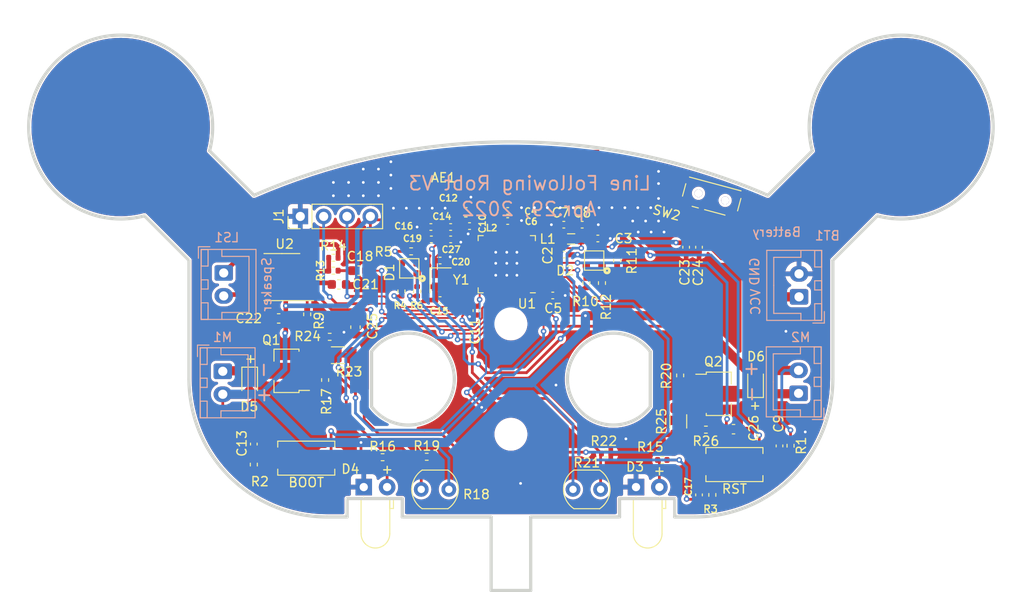
<source format=kicad_pcb>
(kicad_pcb (version 20211014) (generator pcbnew)
  (layers (0 "F.Cu" signal) (31 "B.Cu" signal) (34 "B.Paste" user) (35 "F.Paste" user) (36 "B.SilkS" user "B.Silkscreen") (37 "F.SilkS" user "F.Silkscreen") (38 "B.Mask" user) (39 "F.Mask" user) (44 "Edge.Cuts" user))
  (net 0 "")
  (net 1 "GND")
  (net 2 "/VDDCORE")
  (net 3 "/DCDC_OUT")
  (net 4 "/ANT")
  (net 5 "/XIN")
  (net 6 "/AVDD15")
  (net 7 "/XOUT")
  (net 8 "VCC")
  (net 9 "Net-(BOOT1-Pad2)")
  (net 10 "Net-(BT1-Pad1)")
  (net 11 "/AUDIO")
  (net 12 "Net-(C18-Pad2)")
  (net 13 "Net-(C21-Pad1)")
  (net 14 "Net-(D2-Pad1)")
  (net 15 "Net-(D2-Pad2)")
  (net 16 "Net-(D2-Pad4)")
  (net 17 "Net-(D3-Pad2)")
  (net 18 "Net-(D4-Pad2)")
  (net 19 "Net-(AE1-Pad1)")
  (net 20 "Net-(D1-Pad1)")
  (net 21 "Net-(D1-Pad2)")
  (net 22 "Net-(D1-Pad4)")
  (net 23 "Net-(D5-Pad1)")
  (net 24 "Net-(D6-Pad1)")
  (net 25 "Net-(LS1-Pad1)")
  (net 26 "Net-(LS1-Pad2)")
  (net 27 "Net-(Q1-Pad1)")
  (net 28 "Net-(Q2-Pad1)")
  (net 29 "/S_SD")
  (net 30 "/MC_1")
  (net 31 "/MC_2")
  (net 32 "Net-(Q1-Pad3)")
  (net 33 "Net-(R13-Pad2)")
  (net 34 "/MOTOR1")
  (net 35 "/P1")
  (net 36 "/MOTOR2")
  (net 37 "/P2")
  (net 38 "Net-(Q2-Pad3)")
  (net 39 "/BOOT")
  (net 40 "Net-(C9-Pad1)")
  (net 41 "Net-(C17-Pad2)")
  (net 42 "/UART0_TXD")
  (net 43 "/UART0_RXD")
  (net 44 "Net-(L1-Pad2)")
  (net 45 "/LED1_B")
  (net 46 "/LED1_G")
  (net 47 "/LED1_R")
  (net 48 "/LED2_G")
  (net 49 "/LED2_R")
  (net 50 "/LED2_B")
  (footprint "Resistor_SMD:R_0402_1005Metric" (layer "F.Cu") (at 221.697 144.5 90)
    (fp_text reference "R3")
    (fp_text value "1K")
  )
  (footprint "Capacitor_SMD:C_0402_1005Metric" (layer "F.Cu") (at 191.1 115.35 180)
    (fp_text reference "C16")
    (fp_text value "2.2uF")
  )
  (footprint "Capacitor_SMD:C_0603_1608Metric" (layer "F.Cu") (at 181.1 121.6)
    (fp_text reference "C21")
    (fp_text value "1uF")
  )
  (footprint "LED_THT:LED_D3.0mm_Horizontal_O1.27mm_Z2.0mm" (layer "F.Cu") (at 213.4 143.65)
    (fp_text reference "D3")
    (fp_text value "LED")
  )
  (footprint "Capacitor_SMD:C_0402_1005Metric" (layer "F.Cu") (at 171.85 138.97 90)
    (fp_text reference "C13")
    (fp_text value "100nF")
  )
  (footprint "Capacitor_SMD:C_0402_1005Metric" (layer "F.Cu") (at 199.45 114.7)
    (fp_text reference "C6")
    (fp_text value "NC")
  )
  (footprint "Capacitor_SMD:C_0402_1005Metric" (layer "F.Cu") (at 193.25 115.35)
    (fp_text reference "C14")
    (fp_text value "10pF")
  )
  (footprint "Package_SO:SOP-8_3.9x4.9mm_P1.27mm" (layer "F.Cu") (at 174.9 120.8 180)
    (fp_text reference "U2")
    (fp_text value "FM8002A")
  )
  (footprint "Diode_SMD:D_SOD-323" (layer "F.Cu") (at 226.4 132.4 90)
    (fp_text reference "D6")
    (fp_text value "1N4148WS")
  )
  (footprint "Capacitor_SMD:C_0402_1005Metric" (layer "F.Cu") (at 209.25 116.6)
    (fp_text reference "C3")
    (fp_text value "2.2uF")
  )
  (footprint "Capacitor_SMD:C_0402_1005Metric" (layer "F.Cu") (at 205.6 118.35)
    (fp_text reference "C2")
    (fp_text value "2.2uF")
  )
  (footprint "Resistor_SMD:R_0402_1005Metric" (layer "F.Cu") (at 180.1 127.3)
    (fp_text reference "R24")
    (fp_text value "10K")
  )
  (footprint "Inductor_SMD:L_0402_1005Metric" (layer "F.Cu") (at 197.55 114.1 -90)
    (fp_text reference "L2")
    (fp_text value "0R")
  )
  (footprint "Package_DFN_QFN:QFN-48-1EP_6x6mm_P0.4mm_EP4.3x4.3mm" (layer "F.Cu") (at 199.35 119.4 180)
    (fp_text reference "U1")
    (fp_text value "BL706C")
  )
  (footprint "Resistor_SMD:R_0402_1005Metric" (layer "F.Cu") (at 185.85 140.4)
    (fp_text reference "R16")
    (fp_text value "1K")
  )
  (footprint "Capacitor_SMD:C_0402_1005Metric" (layer "F.Cu") (at 229 139.17 90)
    (fp_text reference "C9")
    (fp_text value "100nF")
  )
  (footprint "Capacitor_SMD:C_0402_1005Metric" (layer "F.Cu") (at 218.85 117.55 -90)
    (fp_text reference "C23")
    (fp_text value "2.2uF")
  )
  (footprint "Capacitor_SMD:C_0402_1005Metric" (layer "F.Cu") (at 205.55 115.1 180)
    (fp_text reference "C7")
    (fp_text value "2.2uF")
  )
  (footprint "Resistor_SMD:R_0402_1005Metric" (layer "F.Cu") (at 180.5 120.1 180)
    (fp_text reference "R13")
    (fp_text value "20K")
  )
  (footprint "Package_TO_SOT_SMD:SOT-89-3" (layer "F.Cu") (at 175.7 131 180)
    (fp_text reference "Q1")
    (fp_text value "BCX56")
  )
  (footprint "Package_TO_SOT_SMD:SOT-89-3" (layer "F.Cu") (at 222.1 133.5)
    (fp_text reference "Q2")
    (fp_text value "BCX56")
  )
  (footprint "Capacitor_SMD:C_0603_1608Metric" (layer "F.Cu") (at 174.55 125.3 180)
    (fp_text reference "C22")
    (fp_text value "1uF")
  )
  (footprint "Resistor_SMD:R_0402_1005Metric" (layer "F.Cu") (at 218.2 131.5 -90)
    (fp_text reference "R20")
    (fp_text value "1K")
  )
  (footprint "LED_THT:LED_D3.0mm_Horizontal_O1.27mm_Z2.0mm" (layer "F.Cu") (at 183.8 143.65)
    (fp_text reference "D4")
    (fp_text value "LED")
  )
  (footprint "Capacitor_SMD:C_0603_1608Metric" (layer "F.Cu") (at 224 137.35 180)
    (fp_text reference "C26")
    (fp_text value "1uF")
  )
  (footprint "Capacitor_SMD:C_0402_1005Metric" (layer "F.Cu") (at 193.25 116.7)
    (fp_text reference "C27")
    (fp_text value "100nF")
  )
  (footprint "Resistor_SMD:R_0402_1005Metric" (layer "F.Cu") (at 230.2 139.15 -90)
    (fp_text reference "R1")
    (fp_text value "100K")
  )
  (footprint "Capacitor_SMD:C_0603_1608Metric" (layer "F.Cu") (at 182.9 126.25 90)
    (fp_text reference "C25")
    (fp_text value "1uF")
  )
  (footprint "Inductor_SMD:L_0805_2012Metric" (layer "F.Cu") (at 206.35 116.65 180)
    (fp_text reference "L1")
    (fp_text value "2.2uH")
  )
  (footprint "USB A SMD PAD:FM-B2020RGBA-HG" (layer "F.Cu") (at 208.85 119 180)
    (fp_text reference "D2")
    (fp_text value "LED_RGBA")
  )
  (footprint "Capacitor_SMD:C_0402_1005Metric" (layer "F.Cu") (at 204.35 122.8 180)
    (fp_text reference "C5")
    (fp_text value "2.2uF")
  )
  (footprint "Resistor_SMD:R_0402_1005Metric" (layer "F.Cu") (at 208 121.45 -90)
    (fp_text reference "R10")
    (fp_text value "1K")
  )
  (footprint "Resistor_SMD:R_0402_1005Metric" (layer "F.Cu") (at 177.65 124.85 90)
    (fp_text reference "R9")
    (fp_text value "10K")
  )
  (footprint "Capacitor_SMD:C_0402_1005Metric" (layer "F.Cu") (at 192.1 123.3 180)
    (fp_text reference "C15")
    (fp_text value "12pF")
  )
  (footprint "Resistor_SMD:R_0402_1005Metric" (layer "F.Cu") (at 221 137.4)
    (fp_text reference "R26")
    (fp_text value "10K")
  )
  (footprint "Capacitor_SMD:C_0603_1608Metric" (layer "F.Cu") (at 183.3 120.1 180)
    (fp_text reference "C18")
    (fp_text value "0.39uF")
  )
  (footprint "Crystal:Crystal_SMD_2016-4Pin_2.0x1.6mm" (layer "F.Cu") (at 192.15 121.15 -90)
    (fp_text reference "Y1")
    (fp_text value "32MHz")
  )
  (footprint "Resistor_SMD:R_0402_1005Metric" (layer "F.Cu") (at 187.9 122.35 -90)
    (fp_text reference "R4")
    (fp_text value "1K")
  )
  (footprint "Resistor_SMD:R_0402_1005Metric" (layer "F.Cu") (at 179.6 132 -90)
    (fp_text reference "R17")
    (fp_text value "1K")
  )
  (footprint "Capacitor_SMD:C_0603_1608Metric" (layer "F.Cu") (at 194.9 113.75 180)
    (fp_text reference "C12")
    (fp_text value "10uF")
  )
  (footprint "Diode_SMD:D_SOD-323" (layer "F.Cu") (at 171.4 132.1 -90)
    (fp_text reference "D5")
    (fp_text value "1N4148WS")
  )
  (footprint "Resistor_SMD:R_0402_1005Metric" (layer "F.Cu") (at 211.35 119 -90)
    (fp_text reference "R11")
    (fp_text value "1K")
  )
  (footprint "OptoDevice:R_LDR_5.0x4.1mm_P3mm_Vertical" (layer "F.Cu") (at 193.05 143.9 180)
    (fp_text reference "R18")
    (fp_text value "A9050")
  )
  (footprint "Resistor_SMD:R_0402_1005Metric" (layer "F.Cu") (at 190.65 140.35)
    (fp_text reference "R19")
    (fp_text value "10K")
  )
  (footprint "USB A SMD PAD:FM-B2020RGBA-HG" (layer "F.Cu") (at 188.75 119.85 180)
    (fp_text reference "D1")
    (fp_text value "LED_RGBA")
  )
  (footprint "Resistor_SMD:R_0402_1005Metric" (layer "F.Cu") (at 216.26 140.7 180)
    (fp_text reference "R15")
    (fp_text value "1K")
  )
  (footprint "Resistor_SMD:R_0402_1005Metric" (layer "F.Cu") (at 210.15 140)
    (fp_text reference "R22")
    (fp_text value "10K")
  )
  (footprint "MountingHole:MountingHole_3mm" (layer "F.Cu") (at 199.8 137.9 90)
    (fp_text reference "H2")
    (fp_text value "MountingHole")
  )
  (footprint "Resistor_SMD:R_0402_1005Metric" (layer "F.Cu") (at 189.6 122.35 -90)
    (fp_text reference "R6")
    (fp_text value "1K")
  )
  (footprint "Capacitor_SMD:C_0402_1005Metric" (layer "F.Cu") (at 220.25 144.5 90)
    (fp_text reference "C17")
    (fp_text value "100nF")
  )
  (footprint "Capacitor_SMD:C_0402_1005Metric" (layer "F.Cu") (at 195.3 115.25 180)
    (fp_text reference "C10")
    (fp_text value "10pF")
  )
  (footprint "Resistor_SMD:R_0402_1005Metric" (layer "F.Cu") (at 180.5 118.7 180)
    (fp_text reference "R14")
    (fp_text value "20K")
  )
  (footprint "Capacitor_SMD:C_0402_1005Metric" (layer "F.Cu") (at 192.1 119)
    (fp_text reference "C20")
    (fp_text value "12pF")
  )
  (footprint "Capacitor_SMD:C_0402_1005Metric" (layer "F.Cu") (at 191.15 116.7 180)
    (fp_text reference "C19")
    (fp_text value "10pF")
  )
  (footprint "OptoDevice:R_LDR_5.0x4.1mm_P3mm_Vertical" (layer "F.Cu") (at 206.55 143.9)
    (fp_text reference "R21")
    (fp_text value "A9050")
  )
  (footprint "Resistor_SMD:R_1206_3216Metric" (layer "F.Cu") (at 218 136.5 90)
    (fp_text reference "R25")
    (fp_text value "1R")
  )
  (footprint "Capacitor_SMD:C_0402_1005Metric" (layer "F.Cu") (at 199.45 113.6)
    (fp_text reference "C4")
    (fp_text value "NC")
  )
  (footprint "Capacitor_SMD:C_0402_1005Metric" (layer "F.Cu") (at 207.55 115.1)
    (fp_text reference "C8")
    (fp_text value "2.2uF")
  )
  (footprint "Button_Switch_SMD:SW_SPST_EVQPE1" (layer "F.Cu") (at 224.1 141.2 180)
    (fp_text reference "RST")
    (fp_text value "SW_Push")
  )
  (footprint "Capacitor_SMD:C_0402_1005Metric" (layer "F.Cu") (at 196.05 124.45 90)
    (fp_text reference "C11")
    (fp_text value "2.2uF")
  )
  (footprint "Slide switch:MSK12C02-HB" (layer "F.Cu") (at 221.5 112.6 165)
    (fp_text reference "SW2")
    (fp_text value "SW_SPST")
  )
  (footprint "Capacitor_SMD:C_0402_1005Metric" (layer "F.Cu") (at 220.25 117.55 -90)
    (fp_text reference "C24")
    (fp_text value "100nF")
  )
  (footprint "Resistor_SMD:R_0402_1005Metric" (layer "F.Cu") (at 171.85 141.2 -90)
    (fp_text reference "R2")
    (fp_text value "1K")
  )
  (footprint "Resistor_SMD:R_1206_3216Metric" (layer "F.Cu") (at 181 129.3 180)
    (fp_text reference "R23")
    (fp_text value "1R")
  )
  (footprint "Connector_PinHeader_2.54mm:PinHeader_1x04_P2.54mm_Vertical" (layer "F.Cu") (at 176.9 114.2 90)
    (fp_text reference "J1")
    (fp_text value "Conn_01x04_Male")
  )
  (footprint "Resistor_SMD:R_0402_1005Metric" (layer "F.Cu") (at 209.7 121.45 -90)
    (fp_text reference "R12")
    (fp_text value "1K")
  )
  (footprint "Resistor_SMD:R_0402_1005Metric" (layer "F.Cu") (at 188.95 118 180)
    (fp_text reference "R5")
    (fp_text value "1K")
  )
  (footprint "MountingHole:MountingHole_3mm" (layer "F.Cu") (at 199.8 125.9 90)
    (fp_text reference "H1")
    (fp_text value "MountingHole")
  )
  (footprint "RF_Antenna:Texas_SWRA117D_2.4GHz_Right" (layer "F.Cu") (at 197.55 112.1)
    (fp_text reference "AE1")
    (fp_text value "Antenna_Dipole")
  )
  (footprint "Button_Switch_SMD:SW_SPST_EVQPE1" (layer "F.Cu") (at 177.55 140.5 180)
    (fp_text reference "BOOT")
    (fp_text value "SW_Push")
  )
  (footprint "Connector_JST:JST_XH_B2B-XH-A_1x02_P2.50mm_Vertical" (layer "B.Cu") (at 168.575 120.35 -90)
    (fp_text reference "LS1")
    (fp_text value "Speaker")
  )
  (footprint "Connector_JST:JST_XH_B2B-XH-A_1x02_P2.50mm_Vertical" (layer "B.Cu") (at 231.125 122.95 90)
    (fp_text reference "BT1")
    (fp_text value "Battery")
  )
  (footprint "Connector_JST:JST_XH_B2B-XH-A_1x02_P2.50mm_Vertical" (layer "B.Cu") (at 168.475 131.05 -90)
    (fp_text reference "M1")
    (fp_text value "Conn_01x02_Male")
  )
  (footprint "Connector_JST:JST_XH_B2B-XH-A_1x02_P2.50mm_Vertical" (layer "B.Cu") (at 231.075 133.45 90)
    (fp_text reference "M2")
    (fp_text value "Conn_01x02_Male")
  )
  (gr_line (start 184.650006 128.9) (end 184.650006 134.9) (layer "Edge.Cuts") (width 0.35))
  (gr_arc (start 179.799999 146.9) (mid 169.193398 142.506601) (end 164.8 131.899999) (layer "Edge.Cuts") (width 0.35))
  (gr_line (start 181.990002 144.9) (end 181.990002 146.9) (layer "Edge.Cuts") (width 0.35))
  (gr_arc (start 234.8 131.9) (mid 230.406601 142.506602) (end 219.799999 146.9) (layer "Edge.Cuts") (width 0.35))
  (gr_line (start 232.567151 107.061789) (end 227.72894 111.9) (layer "Edge.Cuts") (width 0.35))
  (gr_line (start 217.609997 144.9) (end 217.609997 146.9) (layer "Edge.Cuts") (width 0.35))
  (gr_line (start 219.8 146.9) (end 217.609997 146.9) (layer "Edge.Cuts") (width 0.35))
  (gr_arc (start 184.650006 128.9) (mid 193.650006 131.9) (end 184.650006 134.9) (layer "Edge.Cuts") (width 0.35))
  (gr_arc (start 214.949994 134.9) (mid 205.949994 131.9) (end 214.949994 128.9) (layer "Edge.Cuts") (width 0.35))
  (gr_line (start 197.650006 154.9) (end 197.650006 146.9) (layer "Edge.Cuts") (width 0.35))
  (gr_line (start 159.961789 114.132849) (end 164.8 118.97106) (layer "Edge.Cuts") (width 0.35))
  (gr_line (start 211.609997 144.9) (end 217.609997 144.9) (layer "Edge.Cuts") (width 0.35))
  (gr_line (start 179.8 146.9) (end 181.990002 146.9) (layer "Edge.Cuts") (width 0.35))
  (gr_line (start 211.609997 146.9) (end 211.609997 144.9) (layer "Edge.Cuts") (width 0.35))
  (gr_line (start 164.8 131.9) (end 164.8 118.97106) (layer "Edge.Cuts") (width 0.35))
  (gr_line (start 167.032849 107.061789) (end 171.87106 111.9) (layer "Edge.Cuts") (width 0.35))
  (gr_line (start 234.8 131.9) (end 234.8 118.97106) (layer "Edge.Cuts") (width 0.35))
  (gr_arc (start 159.961784 114.132851) (mid 150.302525 97.402526) (end 167.032851 107.061783) (layer "Edge.Cuts") (width 0.35))
  (gr_line (start 187.990002 146.9) (end 197.650006 146.9) (layer "Edge.Cuts") (width 0.35))
  (gr_line (start 214.949994 128.9) (end 214.949994 134.9) (layer "Edge.Cuts") (width 0.35))
  (gr_line (start 201.949994 154.9) (end 197.650006 154.9) (layer "Edge.Cuts") (width 0.35))
  (gr_line (start 239.638211 114.132849) (end 234.8 118.97106) (layer "Edge.Cuts") (width 0.35))
  (gr_line (start 187.990002 144.9) (end 181.990002 144.9) (layer "Edge.Cuts") (width 0.35))
  (gr_arc (start 232.567149 107.061784) (mid 249.297474 97.402525) (end 239.638217 114.132851) (layer "Edge.Cuts") (width 0.35))
  (gr_line (start 201.949994 146.9) (end 201.949994 154.9) (layer "Edge.Cuts") (width 0.35))
  (gr_line (start 211.609997 146.9) (end 201.949994 146.9) (layer "Edge.Cuts") (width 0.35))
  (gr_arc (start 171.871068 111.899997) (mid 199.800001 106.087027) (end 227.728934 111.899998) (layer "Edge.Cuts") (width 0.35))
  (gr_line (start 187.990002 146.9) (end 187.990002 144.9) (layer "Edge.Cuts") (width 0.35))
  (gr_text "Battery" (at 228.7 115.9) (layer "B.SilkS") (effects (font (size 1 1)) (justify mirror)))
  (gr_text "Line Following Robt V3" (at 201.85 110.6) (layer "B.SilkS") (effects (font (size 1.5 1.5) (thickness 0.2)) (justify mirror)))
  (gr_text "Apr.29, 2022" (at 201.75 113.4) (layer "B.SilkS") (effects (font (size 1.5 1.5) (thickness 0.2)) (justify mirror)))
  (gr_text "-" (at 173.05 130.9 270) (layer "B.SilkS") (effects (font (size 1.5 1.5) (thickness 0.2)) (justify mirror)))
  (gr_text "-" (at 225.9 133.55 90) (layer "B.SilkS") (effects (font (size 1.5 1.5) (thickness 0.2)) (justify mirror)))
  (gr_text "+" (at 173.1 133.65 270) (layer "B.SilkS") (effects (font (size 1.5 1.5) (thickness 0.2)) (justify mirror)))
  (gr_text "Speaker" (at 173.25 121.6 90) (layer "B.SilkS") (effects (font (size 1 1)) (justify mirror)))
  (gr_text "GND" (at 226.3 120.2 90) (layer "B.SilkS") (effects (font (size 1 1)) (justify mirror)))
  (gr_text "+" (at 225.85 130.8 90) (layer "B.SilkS") (effects (font (size 1.5 1.5) (thickness 0.2)) (justify mirror)))
  (gr_text "VCC" (at 226.4 123.5 90) (layer "B.SilkS") (effects (font (size 1 1)) (justify mirror)))
  (gr_text "+" (at 215.95 141.85) (layer "F.SilkS") (effects (font (size 1 1))))
  (gr_text "+" (at 186.35 141.7) (layer "F.SilkS") (effects (font (size 1 1))))
  (gr_text "+" (at 171.5 129.65) (layer "F.SilkS") (effects (font (size 1 1))))
  (gr_text "+" (at 226.35 134.75) (layer "F.SilkS") (effects (font (size 1 1))))
  (segment (start 172.275 121.435) (end 173.085 121.435) (width 0.5) (layer "F.Cu") (net 1))
  (segment (start 209.73 116.6) (end 210.6 116.6) (width 0.2) (layer "F.Cu") (net 1))
  (segment (start 200.9 114.7) (end 200.95 114.65) (width 0.3) (layer "F.Cu") (net 1))
  (segment (start 190.62 115.35) (end 190.62 116.65) (width 0.3) (layer "F.Cu") (net 1))
  (segment (start 192.7995 119) (end 193.2 118.5995) (width 0.3) (layer "F.Cu") (net 1))
  (segment (start 196.05 124.93) (end 195.477846 124.93) (width 0.2) (layer "F.Cu") (net 1))
  (segment (start 195.45 112.1) (end 195.25 112.1) (width 0.5) (layer "F.Cu") (net 1))
  (segment (start 199.93 114.7) (end 200.9 114.7) (width 0.3) (layer "F.Cu") (net 1))
  (segment (start 205.07 115.1) (end 204.2 115.1) (width 0.2) (layer "F.Cu") (net 1))
  (segment (start 194.125 113.225) (end 194.125 113.75) (width 0.5) (layer "F.Cu") (net 1))
  (segment (start 194.052178 116.7) (end 194.351089 116.998911) (width 0.3) (layer "F.Cu") (net 1))
  (segment (start 208.03 115.1) (end 209.3 115.1) (width 0.2) (layer "F.Cu") (net 1))
  (segment (start 194.82 115.77) (end 195.15 116.1) (width 0.3) (layer "F.Cu") (net 1))
  (segment (start 191.6 123.28) (end 191.62 123.3) (width 0.2) (layer "F.Cu") (net 1))
  (segment (start 191.6 121.85) (end 191.6 123.28) (width 0.2) (layer "F.Cu") (net 1))
  (segment (start 190.62 115.35) (end 189.6 115.35) (width 0.3) (layer "F.Cu") (net 1))
  (segment (start 194.72 115.35) (end 194.82 115.25) (width 0.3) (layer "F.Cu") (net 1))
  (segment (start 195.25 112.1) (end 194.125 113.225) (width 0.5) (layer "F.Cu") (net 1))
  (segment (start 206.08 118.35) (end 207.05 118.35) (width 0.2) (layer "F.Cu") (net 1))
  (segment (start 204.83 122.8) (end 205.7 122.8) (width 0.3) (layer "F.Cu") (net 1))
  (segment (start 192.58 119) (end 192.7995 119) (width 0.3) (layer "F.Cu") (net 1))
  (segment (start 193.73 116.7) (end 194.052178 116.7) (width 0.3) (layer "F.Cu") (net 1))
  (segment (start 192.7 120.45) (end 192.7 119.12) (width 0.3) (layer "F.Cu") (net 1))
  (segment (start 190.62 116.65) (end 190.67 116.7) (width 0.3) (layer "F.Cu") (net 1))
  (segment (start 173.085 121.435) (end 173.775 122.125) (width 0.5) (layer "F.Cu") (net 1))
  (segment (start 173.775 122.125) (end 173.775 125.3) (width 0.5) (layer "F.Cu") (net 1))
  (segment (start 193.73 115.35) (end 194.72 115.35) (width 0.3) (layer "F.Cu") (net 1))
  (segment (start 221.707 145) (end 221.697 145.01) (width 0.3) (layer "F.Cu") (net 1))
  (segment (start 192.7 119.12) (end 192.58 119) (width 0.3) (layer "F.Cu") (net 1))
  (segment (start 182.125 121.85) (end 181.875 121.6) (width 0.5) (layer "F.Cu") (net 1))
  (segment (start 184.19785 121.85) (end 182.125 121.85) (width 0.5) (layer "F.Cu") (net 1))
  (segment (start 194.82 115.25) (end 194.82 115.77) (width 0.3) (layer "F.Cu") (net 1))
  (segment (start 195.477846 124.93) (end 195.303923 125.103923) (width 0.2) (layer "F.Cu") (net 1))
  (via (at 185.4 109.05) (size 0.6) (drill 0.3) (layers "F.Cu" "B.Cu") (net 1))
  (via (at 210.785 113.25) (size 0.6) (drill 0.3) (layers "F.Cu" "B.Cu") (net 1))
  (via (at 189.84 113.3) (size 0.6) (drill 0.3) (layers "F.Cu" "B.Cu") (net 1))
  (via (at 200.45 120.6) (size 0.6) (drill 0.3) (layers "F.Cu" "B.Cu") (net 1))
  (via (at 215.85 114.7) (size 0.6) (drill 0.3) (layers "F.Cu" "B.Cu") (net 1))
  (via (at 199.35 119.3) (size 0.6) (drill 0.3) (layers "F.Cu" "B.Cu") (net 1))
  (via (at 186.75 108.25) (size 0.6) (drill 0.3) (layers "F.Cu" "B.Cu") (net 1))
  (via (at 200.45 118.1) (size 0.6) (drill 0.3) (layers "F.Cu" "B.Cu") (net 1))
  (via (at 193.2 118.5995) (size 0.6) (drill 0.3) (layers "F.Cu" "B.Cu") (net 1))
  (via (at 207.05 118.35) (size 0.6) (drill 0.3) (layers "F.Cu" "B.Cu") (net 1))
  (via (at 189.6 115.35) (size 0.6) (drill 0.3) (layers "F.Cu" "B.Cu") (net 1))
  (via (at 183.75 109.05) (size 0.6) (drill 0.3) (layers "F.Cu" "B.Cu") (net 1))
  (via (at 180.05 133.95) (size 0.6) (drill 0.3) (layers "F.Cu" "B.Cu") (net 1))
  (via (at 182.15 110.5) (size 0.6) (drill 0.3) (layers "F.Cu" "B.Cu") (net 1))
  (via (at 207.975 113.25) (size 0.6) (drill 0.3) (layers "F.Cu" "B.Cu") (net 1))
  (via (at 215.045 115.9) (size 0.6) (drill 0.3) (layers "F.Cu" "B.Cu") (net 1))
  (via (at 209.38 113.25) (size 0.6) (drill 0.3) (layers "F.Cu" "B.Cu") (net 1))
  (via (at 186.75 111.15) (size 0.6) (drill 0.3) (layers "F.Cu" "B.Cu") (net 1))
  (via (at 200.85 143.25) (size 0.6) (drill 0.3) (layers "F.Cu" "B.Cu") (net 1))
  (via (at 183.75 111.95) (size 0.6) (drill 0.3) (layers "F.Cu" "B.Cu") (net 1))
  (via (at 199.35 120.6) (size 0.6) (drill 0.3) (layers "F.Cu" "B.Cu") (net 1))
  (via (at 182.15 111.95) (size 0.6) (drill 0.3) (layers "F.Cu" "B.Cu") (net 1))
  (via (at 231.8 137.65) (size 0.6) (drill 0.3) (layers "F.Cu" "B.Cu") (net 1))
  (via (at 215.85 110.625) (size 0.6) (drill 0.3) (layers "F.Cu" "B.Cu") (net 1))
  (via (at 203.76 113.25) (size 0.6) (drill 0.3) (layers "F.Cu" "B.Cu") (net 1))
  (via (at 206.57 113.25) (size 0.6) (drill 0.3) (layers "F.Cu" "B.Cu") (net 1))
  (via (at 216.45 115.9) (size 0.6) (drill 0.3) (layers "F.Cu" "B.Cu") (net 1))
  (via (at 198.15 120.6) (size 0.6) (drill 0.3) (layers "F.Cu" "B.Cu") (net 1))
  (via (at 202.355 113.25) (size 0.6) (drill 0.3) (layers "F.Cu" "B.Cu") (net 1))
  (via (at 200.95 113.25) (size 0.6) (drill 0.3) (layers "F.Cu" "B.Cu") (net 1))
  (via (at 187.03 113.3) (size 0.6) (drill 0.3) (layers "F.Cu" "B.Cu") (net 1))
  (via (at 210.6 116.6) (size 0.6) (drill 0.3) (layers "F.Cu" "B.Cu") (net 1))
  (via (at 185.4 110.5) (size 0.6) (drill 0.3) (layers "F.Cu" "B.Cu") (net 1))
  (via (at 181.65 126.8) (size 0.6) (drill 0.3) (layers "F.Cu" "B.Cu") (net 1))
  (via (at 183.75 110.5) (size 0.6) (drill 0.3) (layers "F.Cu" "B.Cu") (net 1))
  (via (at 205.165 113.25) (size 0.6) (drill 0.3) (layers "F.Cu" "B.Cu") (net 1))
  (via (at 198.15 119.3) (size 0.6) (drill 0.3) (layers "F.Cu" "B.Cu") (net 1))
  (via (at 215.85 112.25) (size 0.6) (drill 0.3) (layers "F.Cu" "B.Cu") (net 1))
  (via (at 204.2 115.1) (size 0.6) (drill 0.3) (layers "F.Cu" "B.Cu") (net 1))
  (via (at 180.5 110.5) (size 0.6) (drill 0.3) (layers "F.Cu" "B.Cu") (net 1))
  (via (at 194.351089 116.998911) (size 0.6) (drill 0.3) (layers "F.Cu" "B.Cu") (net 1))
  (via (at 184.19785 121.85) (size 0.6) (drill 0.3) (layers "F.Cu" "B.Cu") (net 1))
  (via (at 195.15 116.1) (size 0.6) (drill 0.3) (layers "F.Cu" "B.Cu") (net 1))
  (via (at 186.75 109.7) (size 0.6) (drill 0.3) (layers "F.Cu" "B.Cu") (net 1))
  (via (at 195.303923 125.103923) (size 0.6) (drill 0.3) (layers "F.Cu" "B.Cu") (net 1))
  (via (at 179.3 125.4) (size 0.6) (drill 0.3) (layers "F.Cu" "B.Cu") (net 1))
  (via (at 205.7 122.8) (size 0.6) (drill 0.3) (layers "F.Cu" "B.Cu") (net 1))
  (via (at 192.65 113.3) (size 0.6) (drill 0.3) (layers "F.Cu" "B.Cu") (net 1))
  (via (at 199.35 118.1) (size 0.6) (drill 0.3) (layers "F.Cu" "B.Cu") (net 1))
  (via (at 215 113.25) (size 0.6) (drill 0.3) (layers "F.Cu" "B.Cu") (net 1))
  (via (at 200.45 119.3) (size 0.6) (drill 0.3) (layers "F.Cu" "B.Cu") (net 1))
  (via (at 229.7 126.7) (size 0.6) (drill 0.3) (layers "F.Cu" "B.Cu") (net 1))
  (via (at 190.55 118.8) (size 0.6) (drill 0.3) (layers "F.Cu" "B.Cu") (net 1))
  (via (at 212.19 113.25) (size 0.6) (drill 0.3) (layers "F.Cu" "B.Cu") (net 1))
  (via (at 215.85 109.3) (size 0.6) (drill 0.3) (layers "F.Cu" "B.Cu") (net 1))
  (via (at 185.4 111.95) (size 0.6) (drill 0.3) (layers "F.Cu" "B.Cu") (net 1))
  (via (at 204.7 132.55) (size 0.6) (drill 0.3) (layers "F.Cu" "B.Cu") (net 1))
  (via (at 200.95 114.65) (size 0.6) (drill 0.3) (layers "F.Cu" "B.Cu") (net 1))
  (via (at 188.435 113.3) (size 0.6) (drill 0.3) (layers "F.Cu" "B.Cu") (net 1))
  (via (at 191.245 113.3) (size 0.6) (drill 0.3) (layers "F.Cu" "B.Cu") (net 1))
  (via (at 213.595 113.25) (size 0.6) (drill 0.3) (layers "F.Cu" "B.Cu") (net 1))
  (via (at 209.3 115.1) (size 0.6) (drill 0.3) (layers "F.Cu" "B.Cu") (net 1))
  (via (at 180.5 111.95) (size 0.6) (drill 0.3) (layers "F.Cu" "B.Cu") (net 1))
  (via (at 198.15 118.1) (size 0.6) (drill 0.3) (layers "F.Cu" "B.Cu") (net 1))
  (via (at 213.64 115.9) (size 0.6) (drill 0.3) (layers "F.Cu" "B.Cu") (net 1))
  (via (at 212.3 138.4) (size 0.6) (drill 0.3) (layers "F.Cu" "B.Cu") (net 1))
  (via (at 214.445 114.7) (size 0.6) (drill 0.3) (layers "F.Cu" "B.Cu") (net 1))
  (via (at 213.04 114.7) (size 0.6) (drill 0.3) (layers "F.Cu" "B.Cu") (net 1))
  (segment (start 203.8 117.6) (end 204.55 118.35) (width 0.2) (layer "F.Cu") (net 2))
  (segment (start 202.3 117.6) (end 203.8 117.6) (width 0.2) (layer "F.Cu") (net 2))
  (segment (start 204.55 118.35) (end 205.12 118.35) (width 0.2) (layer "F.Cu") (net 2))
  (segment (start 196.4 117.6) (end 193.1 117.6) (width 0.2) (layer "F.Cu") (net 3))
  (segment (start 191.63 117.32) (end 191.2 117.75) (width 0.2) (layer "F.Cu") (net 3))
  (segment (start 207.45 117.65) (end 207.4125 117.6125) (width 0.2) (layer "F.Cu") (net 3))
  (segment (start 196.25 130.25) (end 197.2 131.2) (width 0.3) (layer "F.Cu") (net 3))
  (segment (start 202.3 117.2) (end 204.2 117.2) (width 0.2) (layer "F.Cu") (net 3))
  (segment (start 191.63 116.7) (end 191.63 117.32) (width 0.2) (layer "F.Cu") (net 3))
  (segment (start 192.77 117.27) (end 192.77 116.7) (width 0.2) (layer "F.Cu") (net 3))
  (segment (start 204.2 117.2) (end 204.65 117.65) (width 0.2) (layer "F.Cu") (net 3))
  (segment (start 201.5 131.2) (end 205.2 127.5) (width 0.3) (layer "F.Cu") (net 3))
  (segment (start 197.2 131.2) (end 201.5 131.2) (width 0.3) (layer "F.Cu") (net 3))
  (segment (start 192.77 116.7) (end 191.63 116.7) (width 0.2) (layer "F.Cu") (net 3))
  (segment (start 204.65 117.65) (end 207.45 117.65) (width 0.2) (layer "F.Cu") (net 3))
  (segment (start 208.72 116.65) (end 208.77 116.6) (width 0.2) (layer "F.Cu") (net 3))
  (segment (start 207.4125 117.6125) (end 207.4125 116.65) (width 0.2) (layer "F.Cu") (net 3))
  (segment (start 193.1 117.6) (end 192.77 117.27) (width 0.2) (layer "F.Cu") (net 3))
  (segment (start 207.4125 116.65) (end 208.72 116.65) (width 0.2) (layer "F.Cu") (net 3))
  (via (at 196.25 130.25) (size 0.6) (drill 0.3) (layers "F.Cu" "B.Cu") (net 3))
  (via (at 205.2 127.5) (size 0.6) (drill 0.3) (layers "F.Cu" "B.Cu") (net 3))
  (via (at 191.2 117.75) (size 0.6) (drill 0.3) (layers "F.Cu" "B.Cu") (net 3))
  (via (at 207.45 117.65) (size 0.6) (drill 0.3) (layers "F.Cu" "B.Cu") (net 3))
  (segment (start 206.65 121.3) (end 205.9 120.55) (width 0.3) (layer "B.Cu") (net 3))
  (segment (start 194.7 126.7) (end 191.4 123.4) (width 0.3) (layer "B.Cu") (net 3))
  (segment (start 194.7 129.7) (end 194.7 126.7) (width 0.3) (layer "B.Cu") (net 3))
  (segment (start 205.9 118.3) (end 206.55 117.65) (width 0.3) (layer "B.Cu") (net 3))
  (segment (start 206.65 126.05) (end 206.65 121.3) (width 0.3) (layer "B.Cu") (net 3))
  (segment (start 205.9 120.55) (end 205.9 118.3) (width 0.3) (layer "B.Cu") (net 3))
  (segment (start 206.55 117.65) (end 207.45 117.65) (width 0.3) (layer "B.Cu") (net 3))
  (segment (start 205.2 127.5) (end 206.65 126.05) (width 0.3) (layer "B.Cu") (net 3))
  (segment (start 191.4 123.4) (end 191.4 117.95) (width 0.3) (layer "B.Cu") (net 3))
  (segment (start 195.25 130.25) (end 194.7 129.7) (width 0.3) (layer "B.Cu") (net 3))
  (segment (start 191.4 117.95) (end 191.2 117.75) (width 0.3) (layer "B.Cu") (net 3))
  (segment (start 196.25 130.25) (end 195.25 130.25) (width 0.3) (layer "B.Cu") (net 3))
  (segment (start 197.665 114.7) (end 197.55 114.585) (width 0.2) (layer "F.Cu") (net 4))
  (segment (start 197.55 116.45) (end 197.55 114.585) (width 0.2) (layer "F.Cu") (net 4))
  (segment (start 198.97 114.7) (end 197.665 114.7) (width 0.2) (layer "F.Cu") (net 4))
  (segment (start 191.6 120.45) (end 191.6 119.02) (width 0.3) (layer "F.Cu") (net 5))
  (segment (start 192.25 118) (end 191.62 118.63) (width 0.2) (layer "F.Cu") (net 5))
  (segment (start 191.62 118.63) (end 191.62 119) (width 0.2) (layer "F.Cu") (net 5))
  (segment (start 196.4 118) (end 192.25 118) (width 0.2) (layer "F.Cu") (net 5))
  (segment (start 191.6 119.02) (end 191.62 119) (width 0.3) (layer "F.Cu") (net 5))
  (segment (start 193.15 116.05) (end 192.77 115.67) (width 0.2) (layer "F.Cu") (net 6))
  (segment (start 192.77 115.67) (end 192.77 115.35) (width 0.2) (layer "F.Cu") (net 6))
  (segment (start 192.77 115.35) (end 191.58 115.35) (width 0.2) (layer "F.Cu") (net 6))
  (segment (start 196.4 117.2) (end 195.4 117.2) (width 0.2) (layer "F.Cu") (net 6))
  (segment (start 194.25 116.05) (end 193.15 116.05) (width 0.2) (layer "F.Cu") (net 6))
  (segment (start 195.4 117.2) (end 194.25 116.05) (width 0.2) (layer "F.Cu") (net 6))
  (segment (start 193.3 121.85) (end 192.7 121.85) (width 0.2) (layer "F.Cu") (net 7))
  (segment (start 196.4 118.4) (end 194.3 118.4) (width 0.2) (layer "F.Cu") (net 7))
  (segment (start 192.58 123.3) (end 192.58 121.97) (width 0.3) (layer "F.Cu") (net 7))
  (segment (start 193.7 121.45) (end 193.3 121.85) (width 0.2) (layer "F.Cu") (net 7))
  (segment (start 193.7 119) (end 193.7 121.45) (width 0.2) (layer "F.Cu") (net 7))
  (segment (start 192.58 121.97) (end 192.7 121.85) (width 0.3) (layer "F.Cu") (net 7))
  (segment (start 194.3 118.4) (end 193.7 119) (width 0.2) (layer "F.Cu") (net 7))
  (segment (start 201.05904 115.70904) (end 203.79096 115.70904) (width 0.2) (layer "F.Cu") (net 8))
  (segment (start 196.4 123.25) (end 196.4 123.62) (width 0.2) (layer "F.Cu") (net 8))
  (segment (start 195.8 115.25) (end 196.3 115.25) (width 0.2) (layer "F.Cu") (net 8))
  (segment (start 225.42 118.7) (end 225.42 120.2) (width 0.5) (layer "F.Cu") (net 8))
  (segment (start 211.25 116.06904) (end 210.89048 115.70952) (width 0.2) (layer "F.Cu") (net 8))
  (segment (start 225.42 120.2) (end 225.42 130.37) (width 0.5) (layer "F.Cu") (net 8))
  (segment (start 195.8 113.875) (end 195.675 113.75) (width 0.5) (layer "F.Cu") (net 8))
  (segment (start 172.275 120.165) (end 173.365 120.165) (width 0.5) (layer "F.Cu") (net 8))
  (segment (start 202.6 122.35) (end 203.05 122.8) (width 0.2) (layer "F.Cu") (net 8))
  (segment (start 222.7 118.7) (end 221.07 117.07) (width 0.5) (layer "F.Cu") (net 8))
  (segment (start 221.07 117.07) (end 220.25 117.07) (width 0.5) (layer "F.Cu") (net 8))
  (segment (start 210.8 117.5) (end 211.25 117.05) (width 0.2) (layer "F.Cu") (net 8))
  (segment (start 220.335563 114.04796) (end 220.335563 116.984437) (width 0.5) (layer "F.Cu") (net 8))
  (segment (start 195.8 114.5) (end 195.79048 114.49048) (width 0.5) (layer "F.Cu") (net 8))
  (segment (start 195.8 115.25) (end 195.8 114.5) (width 0.5) (layer "F.Cu") (net 8))
  (segment (start 219.5 125) (end 225.45 130.95) (width 1) (layer "F.Cu") (net 8))
  (segment (start 168.475 133.55) (end 171 133.55) (width 1) (layer "F.Cu") (net 8))
  (segment (start 206.03 115.57) (end 206.03 115.1) (width 0.2) (layer "F.Cu") (net 8))
  (segment (start 168.475 139.075) (end 168.475 133.55) (width 0.3) (layer "F.Cu") (net 8))
  (segment (start 185.34 140.4) (end 183.9 140.4) (width 0.3) (layer "F.Cu") (net 8))
  (segment (start 220.335563 116.984437) (end 220.25 117.07) (width 0.5) (layer "F.Cu") (net 8))
  (segment (start 208 118.45) (end 208.95 117.5) (width 0.2) (layer "F.Cu") (net 8))
  (segment (start 225.45 130.95) (end 229.2 130.95) (width 1) (layer "F.Cu") (net 8))
  (segment (start 231.075 130.95) (end 229.2 130.95) (width 1) (layer "F.Cu") (net 8))
  (segment (start 225.42 118.7) (end 222.7 118.7) (width 0.5) (layer "F.Cu") (net 8))
  (segment (start 197.15 116.1) (end 197.15 116.45) (width 0.2) (layer "F.Cu") (net 8))
  (segment (start 177.59 125.3) (end 177.65 125.36) (width 0.5) (layer "F.Cu") (net 8))
  (segment (start 205.89048 115.70952) (end 210.89048 115.70952) (width 0.2) (layer "F.Cu") (net 8))
  (segment (start 175.325 125.3) (end 175.325 126.825) (width 0.5) (layer "F.Cu") (net 8))
  (segment (start 171.11 141.71) (end 168.475 139.075) (width 0.3) (layer "F.Cu") (net 8))
  (segment (start 186.6 119.3) (end 187.9 119.3) (width 0.3) (layer "F.Cu") (net 8))
  (segment (start 175.325 126.825) (end 175.25 126.9) (width 0.5) (layer "F.Cu") (net 8))
  (segment (start 198.596665 115.70904) (end 200.79096 115.70904) (width 0.2) (layer "F.Cu") (net 8))
  (segment (start 203.87 123.52) (end 205.35 125) (width 0.2) (layer "F.Cu") (net 8))
  (segment (start 194.587973 114.57452) (end 184.89452 114.57452) (width 0.3) (layer "F.Cu") (net 8))
  (segment (start 173.365 120.165) (end 175.325 122.125) (width 0.5) (layer "F.Cu") (net 8))
  (segment (start 220.25 144.98) (end 218.93 144.98) (width 0.3) (layer "F.Cu") (net 8))
  (segment (start 184.52 117.22) (end 186.6 119.3) (width 0.3) (layer "F.Cu") (net 8))
  (segment (start 200.79096 115.70904) (end 201.05904 115.70904) (width 0.2) (layer "F.Cu") (net 8))
  (segment (start 171.85 141.71) (end 171.11 141.71) (width 0.3) (layer "F.Cu") (net 8))
  (segment (start 183.5 140) (end 183.5 138.8) (width 0.3) (layer "F.Cu") (net 8))
  (segment (start 201.10904 115.70904) (end 201.15 115.75) (width 0.2) (layer "F.Cu") (net 8))
  (segment (start 196.4 123.62) (end 196.05 123.97) (width 0.2) (layer "F.Cu") (net 8))
  (segment (start 184.89452 114.57452) (end 184.52 114.2) (width 0.3) (layer "F.Cu") (net 8))
  (segment (start 226.8 130.95) (end 226.4 131.35) (width 1) (layer "F.Cu") (net 8))
  (segment (start 220.25 117.07) (end 218.85 117.07) (width 0.5) (layer "F.Cu") (net 8))
  (segment (start 203.87 122.8) (end 203.87 123.52) (width 0.2) (layer "F.Cu") (net 8))
  (segment (start 198.35 115.955705) (end 198.596665 115.70904) (width 0.2) (layer "F.Cu") (net 8))
  (segment (start 203.79144 115.70952) (end 205.89048 115.70952) (width 0.2) (layer "F.Cu") (net 8))
  (segment (start 206.03 115.1) (end 207.07 115.1) (width 0.2) (layer "F.Cu") (net 8))
  (segment (start 195 133.35) (end 196.625 134.975) (width 0.2) (layer "F.Cu") (net 8))
  (segment (start 216.77 140.7) (end 218.1 140.7) (width 0.3) (layer "F.Cu") (net 8))
  (segment (start 230.2 138.64) (end 230.2 137.45) (width 0.3) (layer "F.Cu") (net 8))
  (segment (start 175.325 123.925) (end 175.325 125.3) (width 0.5) (layer "F.Cu") (net 8))
  (segment (start 225.42 130.37) (end 226.4 131.35) (width 0.5) (layer "F.Cu") (net 8))
  (segment (start 208.95 117.5) (end 210.8 117.5) (width 0.2) (layer "F.Cu") (net 8))
  (segment (start 201.15 115.75) (end 201.15 116.45) (width 0.2) (layer "F.Cu") (net 8))
  (segment (start 184.52 114.2) (end 184.52 117.22) (width 0.3) (layer "F.Cu") (net 8))
  (segment (start 183.9 140.4) (end 183.5 140) (width 0.3) (layer "F.Cu") (net 8))
  (segment (start 201.05904 115.70904) (end 201.10904 115.70904) (width 0.2) (layer "F.Cu") (net 8))
  (segment (start 203.79096 115.70904) (end 203.79144 115.70952) (width 0.2) (layer "F.Cu") (net 8))
  (segment (start 207.9 125) (end 219.5 125) (width 1) (layer "F.Cu") (net 8))
  (segment (start 205.89048 115.70952) (end 206.03 115.57) (width 0.2) (layer "F.Cu") (net 8))
  (segment (start 196.3 115.25) (end 197.15 116.1) (width 0.2) (layer "F.Cu") (net 8))
  (segment (start 218.93 144.98) (end 218.9 144.95) (width 0.3) (layer "F.Cu") (net 8))
  (segment (start 205.35 125) (end 207.9 125) (width 0.2) (layer "F.Cu") (net 8))
  (segment (start 195.79048 114.49048) (end 194.672013 114.49048) (width 0.3) (layer "F.Cu") (net 8))
  (segment (start 211.25 117.05) (end 211.25 116.06904) (width 0.2) (layer "F.Cu") (net 8))
  (segment (start 194.672013 114.49048) (end 194.587973 114.57452) (width 0.3) (layer "F.Cu") (net 8))
  (segment (start 201.55 122.35) (end 202.6 122.35) (width 0.2) (layer "F.Cu") (net 8))
  (segment (start 175.325 125.3) (end 177.59 125.3) (width 0.5) (layer "F.Cu") (net 8))
  (segment (start 229.2 130.95) (end 226.8 130.95) (width 1) (layer "F.Cu") (net 8))
  (segment (start 203.05 122.8) (end 203.87 122.8) (width 0.2) (layer "F.Cu") (net 8))
  (segment (start 217.75 117.05) (end 217.77 117.07) (width 0.5) (layer "F.Cu") (net 8))
  (segment (start 171 133.55) (end 171.4 133.15) (width 1) (layer "F.Cu") (net 8))
  (segment (start 196.4 121.6) (end 196.4 123.25) (width 0.2) (layer "F.Cu") (net 8))
  (segment (start 217.77 117.07) (end 218.85 117.07) (width 0.5) (layer "F.Cu") (net 8))
  (segment (start 175.325 122.125) (end 175.325 123.925) (width 0.5) (layer "F.Cu") (net 8))
  (segment (start 195.8 114.5) (end 195.8 113.875) (width 0.5) (layer "F.Cu") (net 8))
  (segment (start 198.35 116.45) (end 198.35 115.955705) (width 0.2) (layer "F.Cu") (net 8))
  (via (at 218.9 144.95) (size 0.6) (drill 0.3) (layers "F.Cu" "B.Cu") (net 8))
  (via (at 217.75 117.05) (size 0.6) (drill 0.3) (layers "F.Cu" "B.Cu") (net 8))
  (via (at 230.2 137.45) (size 0.6) (drill 0.3) (layers "F.Cu" "B.Cu") (net 8))
  (via (at 175.25 126.9) (size 0.6) (drill 0.3) (layers "F.Cu" "B.Cu") (net 8))
  (via (at 175.325 123.925) (size 0.6) (drill 0.3) (layers "F.Cu" "B.Cu") (net 8))
  (via (at 196.4 123.25) (size 0.6) (drill 0.3) (layers "F.Cu" "B.Cu") (net 8))
  (via (at 196.625 134.975) (size 0.6) (drill 0.3) (layers "F.Cu" "B.Cu") (net 8))
  (via (at 207.9 125) (size 0.6) (drill 0.3) (layers "F.Cu" "B.Cu") (net 8))
  (via (at 195 133.35) (size 0.6) (drill 0.3) (layers "F.Cu" "B.Cu") (net 8))
  (via (at 183.5 138.8) (size 0.6) (drill 0.3) (layers "F.Cu" "B.Cu") (net 8))
  (via (at 210.8 117.5) (size 0.6) (drill 0.3) (layers "F.Cu" "B.Cu") (net 8))
  (via (at 218.1 140.7) (size 0.6) (drill 0.3) (layers "F.Cu" "B.Cu") (net 8))
  (segment (start 206.55 140.7) (end 206.55 136.8) (width 0.3) (layer "B.Cu") (net 8))
  (segment (start 217.75 117.05) (end 217.7 117) (width 0.5) (layer "B.Cu") (net 8))
  (segment (start 229.55 130.95) (end 231.075 130.95) (width 0.3) (layer "B.Cu") (net 8))
  (segment (start 197.1 129.45) (end 197.1 130.25) (width 0.2) (layer "B.Cu") (net 8))
  (segment (start 218.9 141.5) (end 218.1 140.7) (width 0.3) (layer "B.Cu") (net 8))
  (segment (start 192.8 138.8) (end 196.625 134.975) (width 1) (layer "B.Cu") (net 8))
  (segment (start 183.1 122.85997) (end 183.1 115.62) (width 0.5) (layer "B.Cu") (net 8))
  (segment (start 182.03497 123.925) (end 183.1 122.85997) (width 0.5) (layer "B.Cu") (net 8))
  (segment (start 196.625 134.975) (end 199.3 132.3) (width 1) (layer "B.Cu") (net 8))
  (segment (start 218.1 140.7) (end 206.55 140.7) (width 0.3) (layer "B.Cu") (net 8))
  (segment (start 196.4 128.75) (end 197.1 129.45) (width 0.2) (layer "B.Cu") (net 8))
  (segment (start 230.2 137.45) (end 229.25 136.5) (width 0.3) (layer "B.Cu") (net 8))
  (segment (start 191.35 138.8) (end 192.8 138.8) (width 1) (layer "B.Cu") (net 8))
  (segment (start 175.25 126.9) (end 175.25 130.85) (width 0.5) (layer "B.Cu") (net 8))
  (segment (start 197.1 130.25) (end 197.1 131.25) (width 0.2) (layer "B.Cu") (net 8))
  (segment (start 217.7 117) (end 211.3 117) (width 0.5) (layer "B.Cu") (net 8))
  (segment (start 229.25 136.5) (end 229.25 131.25) (width 0.3) (layer "B.Cu") (net 8))
  (segment (start 206.55 143.9) (end 206.55 140.7) (width 0.3) (layer "B.Cu") (net 8))
  (segment (start 183.5 138.8) (end 177.8 138.8) (width 1) (layer "B.Cu") (net 8))
  (segment (start 175.325 123.925) (end 182.03497 123.925) (width 0.5) (layer "B.Cu") (net 8))
  (segment (start 183.1 115.62) (end 184.52 114.2) (width 0.5) (layer "B.Cu") (net 8))
  (segment (start 206.55 136.8) (end 202.05 132.3) (width 0.3) (layer "B.Cu") (net 8))
  (segment (start 207.9 126.45) (end 207.9 125) (width 1) (layer "B.Cu") (net 8))
  (segment (start 229.25 131.25) (end 229.55 130.95) (width 0.3) (layer "B.Cu") (net 8))
  (segment (start 175.25 130.85) (end 172.55 133.55) (width 0.5) (layer "B.Cu") (net 8))
  (segment (start 218.9 144.95) (end 218.9 141.5) (width 0.3) (layer "B.Cu") (net 8))
  (segment (start 196.4 123.25) (end 196.4 128.75) (width 0.2) (layer "B.Cu") (net 8))
  (segment (start 193.05 140.5) (end 191.35 138.8) (width 0.3) (layer "B.Cu") (net 8))
  (segment (start 177.8 138.8) (end 172.55 133.55) (width 1) (layer "B.Cu") (net 8))
  (segment (start 172.55 133.55) (end 168.475 133.55) (width 1) (layer "B.Cu") (net 8))
  (segment (start 211.3 117) (end 210.8 117.5) (width 0.5) (layer "B.Cu") (net 8))
  (segment (start 199.3 132.3) (end 202.05 132.3) (width 1) (layer "B.Cu") (net 8))
  (segment (start 197.1 131.25) (end 195 133.35) (width 0.2) (layer "B.Cu") (net 8))
  (segment (start 191.35 138.8) (end 183.5 138.8) (width 1) (layer "B.Cu") (net 8))
  (segment (start 202.05 132.3) (end 207.9 126.45) (width 1) (layer "B.Cu") (net 8))
  (segment (start 193.05 143.9) (end 193.05 140.5) (width 0.3) (layer "B.Cu") (net 8))
  (segment (start 174.85 140.5) (end 172.04 140.5) (width 0.3) (layer "F.Cu") (net 9))
  (segment (start 171.85 139.45) (end 171.85 140.69) (width 0.3) (layer "F.Cu") (net 9))
  (segment (start 172.04 140.5) (end 171.85 140.69) (width 0.3) (layer "F.Cu") (net 9))
  (segment (start 224.05 116.5) (end 227.4 116.5) (width 1) (layer "F.Cu") (net 10))
  (segment (start 228.45 122.1) (end 229.3 122.95) (width 1) (layer "F.Cu") (net 10))
  (segment (start 223.233341 114.824417) (end 223.233341 115.683341) (width 1) (layer "F.Cu") (net 10))
  (segment (start 223.233341 115.683341) (end 224.05 116.5) (width 1) (layer "F.Cu") (net 10))
  (segment (start 229.3 122.95) (end 231.125 122.95) (width 1) (layer "F.Cu") (net 10))
  (segment (start 228.45 117.55) (end 228.45 122.1) (width 1) (layer "F.Cu") (net 10))
  (segment (start 227.4 116.5) (end 228.45 117.55) (width 1) (layer "F.Cu") (net 10))
  (segment (start 185.75 120.1) (end 184.075 120.1) (width 0.2) (layer "F.Cu") (net 11))
  (segment (start 186.04904 124.84904) (end 185.75 124.55) (width 0.2) (layer "F.Cu") (net 11))
  (segment (start 193.580972 124.84904) (end 190.60096 124.84904) (width 0.2) (layer "F.Cu") (net 11))
  (segment (start 190.60096 124.84904) (end 186.04904 124.84904) (width 0.2) (layer "F.Cu") (net 11))
  (segment (start 196.4 120) (end 195.25 120) (width 0.2) (layer "F.Cu") (net 11))
  (segment (start 194.89856 120.35144) (end 194.89856 122.836434) (width 0.2) (layer "F.Cu") (net 11))
  (segment (start 194.350959 124.079053) (end 193.580972 124.84904) (width 0.2) (layer "F.Cu") (net 11))
  (segment (start 194.89856 122.836434) (end 194.35096 123.384034) (width 0.2) (layer "F.Cu") (net 11))
  (segment (start 194.35096 123.384034) (end 194.350959 124.079053) (width 0.2) (layer "F.Cu") (net 11))
  (segment (start 195.25 120) (end 194.89856 120.35144) (width 0.2) (layer "F.Cu") (net 11))
  (via (at 185.75 124.55) (size 0.6) (drill 0.3) (layers "F.Cu" "B.Cu") (net 11))
  (via (at 185.75 120.1) (size 0.6) (drill 0.3) (layers "F.Cu" "B.Cu") (net 11))
  (segment (start 185.75 124.55) (end 185.75 120.1) (width 0.2) (layer "B.Cu") (net 11))
  (segment (start 181.01 120.1) (end 182.525 120.1) (width 0.3) (layer "F.Cu") (net 12))
  (segment (start 180.16 121.435) (end 180.325 121.6) (width 0.5) (layer "F.Cu") (net 13))
  (segment (start 175.885 121.435) (end 177.525 121.435) (width 0.5) (layer "F.Cu") (net 13))
  (segment (start 175.5 119.45) (end 175.5 121.05) (width 0.5) (layer "F.Cu") (net 13))
  (segment (start 176.055 118.895) (end 175.5 119.45) (width 0.5) (layer "F.Cu") (net 13))
  (segment (start 177.525 121.435) (end 180.16 121.435) (width 0.5) (layer "F.Cu") (net 13))
  (segment (start 175.5 121.05) (end 175.885 121.435) (width 0.5) (layer "F.Cu") (net 13))
  (segment (start 177.525 118.895) (end 176.055 118.895) (width 0.5) (layer "F.Cu") (net 13))
  (segment (start 209.7 119.55) (end 209.7 120.94) (width 0.2) (layer "F.Cu") (net 14))
  (segment (start 208 119.55) (end 208 120.94) (width 0.2) (layer "F.Cu") (net 15))
  (segment (start 211.31 118.45) (end 211.35 118.49) (width 0.2) (layer "F.Cu") (net 16))
  (segment (start 209.7 118.45) (end 211.31 118.45) (width 0.2) (layer "F.Cu") (net 16))
  (segment (start 215.75 140.7) (end 215.94 140.89) (width 0.3) (layer "F.Cu") (net 17))
  (segment (start 215.94 140.89) (end 215.94 143.65) (width 0.3) (layer "F.Cu") (net 17))
  (segment (start 186.34 140.42) (end 186.36 140.4) (width 0.3) (layer "F.Cu") (net 18))
  (segment (start 186.34 143.65) (end 186.34 140.42) (width 0.3) (layer "F.Cu") (net 18))
  (segment (start 197.55 113.615) (end 198.955 113.615) (width 0.5) (layer "F.Cu") (net 19))
  (segment (start 198.955 113.615) (end 198.97 113.6) (width 0.5) (layer "F.Cu") (net 19))
  (segment (start 197.55 112.1) (end 197.55 113.615) (width 0.5) (layer "F.Cu") (net 19))
  (segment (start 189.6 120.4) (end 189.6 121.84) (width 0.3) (layer "F.Cu") (net 20))
  (segment (start 187.9 120.4) (end 187.9 121.84) (width 0.3) (layer "F.Cu") (net 21))
  (segment (start 189.6 118.14) (end 189.46 118) (width 0.3) (layer "F.Cu") (net 22))
  (segment (start 189.6 119.3) (end 189.6 118.14) (width 0.3) (layer "F.Cu") (net 22))
  (segment (start 177.2625 131) (end 168.525 131) (width 1) (layer "F.Cu") (net 23))
  (segment (start 168.525 131) (end 168.475 131.05) (width 1) (layer "F.Cu") (net 23))
  (segment (start 220.5375 133.5) (end 231.025 133.5) (width 1) (layer "F.Cu") (net 24))
  (segment (start 231.025 133.5) (end 231.075 133.45) (width 1) (layer "F.Cu") (net 24))
  (segment (start 170.03 118.895) (end 168.575 120.35) (width 0.5) (layer "F.Cu") (net 25))
  (segment (start 173.92 117.25) (end 172.275 118.895) (width 0.5) (layer "F.Cu") (net 25))
  (segment (start 181.01 117.51) (end 180.75 117.25) (width 0.5) (layer "F.Cu") (net 25))
  (segment (start 172.275 118.895) (end 170.03 118.895) (width 0.5) (layer "F.Cu") (net 25))
  (segment (start 181.01 118.7) (end 181.01 117.51) (width 0.5) (layer "F.Cu") (net 25))
  (segment (start 180.75 117.25) (end 173.92 117.25) (width 0.5) (layer "F.Cu") (net 25))
  (segment (start 168.72 122.705) (end 168.575 122.85) (width 0.5) (layer "F.Cu") (net 26))
  (segment (start 172.275 122.705) (end 168.72 122.705) (width 0.5) (layer "F.Cu") (net 26))
  (segment (start 179.59 132.5) (end 179.6 132.51) (width 0.5) (layer "F.Cu") (net 27))
  (segment (start 177.35 132.5) (end 179.59 132.5) (width 0.5) (layer "F.Cu") (net 27))
  (segment (start 220.45 132) (end 218.21 132) (width 0.5) (layer "F.Cu") (net 28))
  (segment (start 218.21 132) (end 218.2 132.01) (width 0.5) (layer "F.Cu") (net 28))
  (segment (start 178.655 122.705) (end 177.525 122.705) (width 0.3) (layer "F.Cu") (net 29))
  (segment (start 177.65 124.34) (end 177.65 122.83) (width 0.3) (layer "F.Cu") (net 29))
  (segment (start 204.95 120.05) (end 204.1 119.2) (width 0.2) (layer "F.Cu") (net 29))
  (segment (start 177.65 122.83) (end 177.525 122.705) (width 0.3) (layer "F.Cu") (net 29))
  (segment (start 203.1 142.25) (end 196.65 142.25) (width 0.3) (layer "F.Cu") (net 29))
  (segment (start 183.85 124.35) (end 184.55 124.35) (width 0.3) (layer "F.Cu") (net 29))
  (segment (start 207.95 139.85) (end 205.5 139.85) (width 0.3) (layer "F.Cu") (net 29))
  (segment (start 204.1 119.2) (end 202.3 119.2) (width 0.2) (layer "F.Cu") (net 29))
  (segment (start 205.5 139.85) (end 203.1 142.25) (width 0.3) (layer "F.Cu") (net 29))
  (segment (start 185.4 137.85) (end 183.85 136.3) (width 0.3) (layer "F.Cu") (net 29))
  (segment (start 196.65 142.25) (end 192.25 137.85) (width 0.3) (layer "F.Cu") (net 29))
  (segment (start 183.85 124.35) (end 180.3 124.35) (width 0.3) (layer "F.Cu") (net 29))
  (segment (start 207.05 120.05) (end 204.95 120.05) (width 0.2) (layer "F.Cu") (net 29))
  (segment (start 192.25 137.85) (end 185.4 137.85) (width 0.3) (layer "F.Cu") (net 29))
  (segment (start 183.85 133.45) (end 181.05 130.65) (width 0.3) (layer "F.Cu") (net 29))
  (segment (start 183.85 136.3) (end 183.85 133.45) (width 0.3) (layer "F.Cu") (net 29))
  (segment (start 180.3 124.35) (end 178.655 122.705) (width 0.3) (layer "F.Cu") (net 29))
  (via (at 207.95 139.85) (size 0.6) (drill 0.3) (layers "F.Cu" "B.Cu") (net 29))
  (via (at 181.05 130.65) (size 0.6) (drill 0.3) (layers "F.Cu" "B.Cu") (net 29))
  (via (at 207.05 120.05) (size 0.6) (drill 0.3) (layers "F.Cu" "B.Cu") (net 29))
  (via (at 184.55 124.35) (size 0.6) (drill 0.3) (layers "F.Cu" "B.Cu") (net 29))
  (segment (start 216.9 137.65) (end 215.3 139.25) (width 0.3) (layer "B.Cu") (net 29))
  (segment (start 212.5 123.7) (end 213.05 123.7) (width 0.3) (layer "B.Cu") (net 29))
  (segment (start 210 123.7) (end 212.5 123.7) (width 0.3) (layer "B.Cu") (net 29))
  (segment (start 215.3 139.25) (end 214.7 139.85) (width 0.3) (layer "B.Cu") (net 29))
  (segment (start 184.55 126.093572) (end 181.05 129.593572) (width 0.3) (layer "B.Cu") (net 29))
  (segment (start 207.05 120.75) (end 210 123.7) (width 0.3) (layer "B.Cu") (net 29))
  (segment (start 213.05 123.7) (end 216.45 127.1) (width 0.3) (layer "B.Cu") (net 29))
  (segment (start 184.55 124.35) (end 184.55 126.093572) (width 0.3) (layer "B.Cu") (net 29))
  (segment (start 181.05 129.593572) (end 181.05 130.65) (width 0.3) (layer "B.Cu") (net 29))
  (segment (start 207.05 120.05) (end 207.05 120.75) (width 0.3) (layer "B.Cu") (net 29))
  (segment (start 214.7 139.85) (end 207.95 139.85) (width 0.3) (layer "B.Cu") (net 29))
  (segment (start 216.45 127.1) (end 216.9 127.55) (width 0.3) (layer "B.Cu") (net 29))
  (segment (start 216.9 127.55) (end 216.9 132.4) (width 0.3) (layer "B.Cu") (net 29))
  (segment (start 216.9 132.4) (end 216.9 137.65) (width 0.3) (layer "B.Cu") (net 29))
  (segment (start 197.15 123.7) (end 196.65952 124.19048) (width 0.2) (layer "F.Cu") (net 30))
  (segment (start 195.761575 126.15) (end 184.85 126.15) (width 0.2) (layer "F.Cu") (net 30))
  (segment (start 197.15 122.35) (end 197.15 123.7) (width 0.2) (layer "F.Cu") (net 30))
  (segment (start 184.85 126.15) (end 184.175 125.475) (width 0.2) (layer "F.Cu") (net 30))
  (segment (start 180.61 126.29) (end 180.61 127.3) (width 0.3) (layer "F.Cu") (net 30))
  (segment (start 196.65952 125.252055) (end 195.761575 126.15) (width 0.2) (layer "F.Cu") (net 30))
  (segment (start 181.425 125.475) (end 180.61 126.29) (width 0.3) (layer "F.Cu") (net 30))
  (segment (start 182.9 125.475) (end 181.425 125.475) (width 0.3) (layer "F.Cu") (net 30))
  (segment (start 184.175 125.475) (end 182.9 125.475) (width 0.2) (layer "F.Cu") (net 30))
  (segment (start 196.65952 124.19048) (end 196.65952 125.252055) (width 0.2) (layer "F.Cu") (net 30))
  (segment (start 204.3 118.8) (end 204.7 119.2) (width 0.2) (layer "F.Cu") (net 31))
  (segment (start 223.175 137.4) (end 223.225 137.35) (width 0.3) (layer "F.Cu") (net 31))
  (segment (start 223.225 136.325) (end 223.3 136.25) (width 0.3) (layer "F.Cu") (net 31))
  (segment (start 204.75 119.25) (end 207.05 119.25) (width 0.2) (layer "F.Cu") (net 31))
  (segment (start 204.7 119.2) (end 204.75 119.25) (width 0.2) (layer "F.Cu") (net 31))
  (segment (start 202.3 118.8) (end 204.3 118.8) (width 0.2) (layer "F.Cu") (net 31))
  (segment (start 221.51 137.4) (end 223.175 137.4) (width 0.3) (layer "F.Cu") (net 31))
  (segment (start 223.225 137.35) (end 223.225 136.325) (width 0.3) (layer "F.Cu") (net 31))
  (via (at 207.05 119.25) (size 0.6) (drill 0.3) (layers "F.Cu" "B.Cu") (net 31))
  (via (at 223.3 136.25) (size 0.6) (drill 0.3) (layers "F.Cu" "B.Cu") (net 31))
  (segment (start 223.3 136.25) (end 223.3 121.4) (width 0.3) (layer "B.Cu") (net 31))
  (segment (start 223.3 121.4) (end 221.15 119.25) (width 0.3) (layer "B.Cu") (net 31))
  (segment (start 221.15 119.25) (end 207.05 119.25) (width 0.3) (layer "B.Cu") (net 31))
  (segment (start 179.3375 129.5) (end 179.5375 129.3) (width 0.5) (layer "F.Cu") (net 32))
  (segment (start 177.35 129.5) (end 179.3375 129.5) (width 0.5) (layer "F.Cu") (net 32))
  (segment (start 179.59 127.3) (end 179.59 129.2475) (width 0.5) (layer "F.Cu") (net 32))
  (segment (start 179.59 129.2475) (end 179.5375 129.3) (width 0.5) (layer "F.Cu") (net 32))
  (segment (start 177.525 120.165) (end 179.925 120.165) (width 0.5) (layer "F.Cu") (net 33))
  (segment (start 179.925 120.165) (end 179.99 120.1) (width 0.5) (layer "F.Cu") (net 33))
  (segment (start 179.99 120.1) (end 179.99 118.7) (width 0.5) (layer "F.Cu") (net 33))
  (segment (start 179.6 131.49) (end 180.99 131.49) (width 0.3) (layer "F.Cu") (net 34))
  (segment (start 203.35 125.734994) (end 203.35 126.7) (width 0.2) (layer "F.Cu") (net 34))
  (segment (start 198.75 122.35) (end 198.75 123.35) (width 0.2) (layer "F.Cu") (net 34))
  (segment (start 198.75 123.35) (end 199.3 123.9) (width 0.2) (layer "F.Cu") (net 34))
  (segment (start 199.3 123.9) (end 201.515006 123.9) (width 0.2) (layer "F.Cu") (net 34))
  (segment (start 180.99 131.49) (end 182.9 133.4) (width 0.3) (layer "F.Cu") (net 34))
  (segment (start 182.9 133.4) (end 182.9 133.95) (width 0.3) (layer "F.Cu") (net 34))
  (segment (start 201.515006 123.9) (end 203.35 125.734994) (width 0.2) (layer "F.Cu") (net 34))
  (via (at 203.35 126.7) (size 0.6) (drill 0.3) (layers "F.Cu" "B.Cu") (net 34))
  (via (at 182.9 133.95) (size 0.6) (drill 0.3) (layers "F.Cu" "B.Cu") (net 34))
  (segment (start 200.046786 130.796786) (end 201.846786 128.996786) (width 0.3) (layer "B.Cu") (net 34))
  (segment (start 182.9 133.95) (end 182.9 135.6) (width 0.3) (layer "B.Cu") (net 34))
  (segment (start 198.796786 130.796786) (end 200.046786 130.796786) (width 0.3) (layer "B.Cu") (net 34))
  (segment (start 182.9 135.6) (end 184.1 136.8) (width 0.3) (layer "B.Cu") (net 34))
  (segment (start 184.1 136.8) (end 184.75096 137.45096) (width 0.3) (layer "B.Cu") (net 34))
  (segment (start 192.142612 137.45096) (end 194.496786 135.096786) (width 0.3) (layer "B.Cu") (net 34))
  (segment (start 203.35 127.493572) (end 203.35 126.7) (width 0.3) (layer "B.Cu") (net 34))
  (segment (start 184.75096 137.45096) (end 190.4 137.45096) (width 0.3) (layer "B.Cu") (net 34))
  (segment (start 194.496786 135.096786) (end 198.796786 130.796786) (width 0.3) (layer "B.Cu") (net 34))
  (segment (start 201.846786 128.996786) (end 203.35 127.493572) (width 0.3) (layer "B.Cu") (net 34))
  (segment (start 190.4 137.45096) (end 192.142612 137.45096) (width 0.3) (layer "B.Cu") (net 34))
  (segment (start 194.750478 124.24454) (end 194.750481 123.549519) (width 0.2) (layer "F.Cu") (net 35))
  (segment (start 185.6 139.45) (end 188.05 139.45) (width 0.3) (layer "F.Cu") (net 35))
  (segment (start 181.9 135.75) (end 185.6 139.45) (width 0.3) (layer "F.Cu") (net 35))
  (segment (start 181.9 133.95) (end 181.9 135.75) (width 0.3) (layer "F.Cu") (net 35))
  (segment (start 190.05 140.44) (end 190.05 143.9) (width 0.3) (layer "F.Cu") (net 35))
  (segment (start 194.750481 123.549519) (end 195.29808 123.00192) (width 0.2) (layer "F.Cu") (net 35))
  (segment (start 195.29808 123.00192) (end 195.29808 120.516926) (width 0.2) (layer "F.Cu") (net 35))
  (segment (start 193.746458 125.24856) (end 194.750478 124.24454) (width 0.2) (layer "F.Cu") (net 35))
  (segment (start 190.14 140.35) (end 190.05 140.44) (width 0.3) (layer "F.Cu") (net 35))
  (segment (start 185.95144 125.24856) (end 193.746458 125.24856) (width 0.2) (layer "F.Cu") (net 35))
  (segment (start 195.29808 120.516926) (end 195.415006 120.4) (width 0.2) (layer "F.Cu") (net 35))
  (segment (start 188.05 139.45) (end 188.95 140.35) (width 0.3) (layer "F.Cu") (net 35))
  (segment (start 185.75 125.45) (end 185.95144 125.24856) (width 0.2) (layer "F.Cu") (net 35))
  (segment (start 195.415006 120.4) (end 196.4 120.4) (width 0.2) (layer "F.Cu") (net 35))
  (segment (start 188.95 140.35) (end 190.14 140.35) (width 0.3) (layer "F.Cu") (net 35))
  (via (at 185.75 125.45) (size 0.6) (drill 0.3) (layers "F.Cu" "B.Cu") (net 35))
  (via (at 181.9 133.95) (size 0.6) (drill 0.3) (layers "F.Cu" "B.Cu") (net 35))
  (segment (start 181.85 129.5) (end 185.75 125.6) (width 0.3) (layer "B.Cu") (net 35))
  (segment (start 185.75 125.6) (end 185.75 125.45) (width 0.3) (layer "B.Cu") (net 35))
  (segment (start 181.9 133.95) (end 181.85 133.9) (width 0.3) (layer "B.Cu") (net 35))
  (segment (start 181.85 133.9) (end 181.85 129.5) (width 0.3) (layer "B.Cu") (net 35))
  (segment (start 204.25 126.069988) (end 204.25 126.15) (width 0.2) (layer "F.Cu") (net 36))
  (segment (start 216.8 126.15) (end 204.25 126.15) (width 0.3) (layer "F.Cu") (net 36))
  (segment (start 199.15 122.35) (end 199.15 123.184994) (width 0.2) (layer "F.Cu") (net 36))
  (segment (start 199.15 123.184994) (end 199.465486 123.50048) (width 0.2) (layer "F.Cu") (net 36))
  (segment (start 201.680493 123.500481) (end 204.25 126.069988) (width 0.2) (layer "F.Cu") (net 36))
  (segment (start 199.465486 123.50048) (end 201.680493 123.500481) (width 0.2) (layer "F.Cu") (net 36))
  (segment (start 218.2 127.55) (end 216.8 126.15) (width 0.3) (layer "F.Cu") (net 36))
  (segment (start 218.2 130.99) (end 218.2 127.55) (width 0.3) (layer "F.Cu") (net 36))
  (segment (start 209.55 140.09) (end 209.64 140) (width 0.3) (layer "F.Cu") (net 37))
  (segment (start 196.4 120.8) (end 195.85 120.8) (width 0.2) (layer "F.Cu") (net 37))
  (segment (start 209.55 143.9) (end 209.55 140.09) (width 0.3) (layer "F.Cu") (net 37))
  (segment (start 195.6976 120.9524) (end 195.6976 123.2024) (width 0.2) (layer "F.Cu") (net 37))
  (segment (start 203.65 134.01) (end 209.64 140) (width 0.3) (layer "F.Cu") (net 37))
  (segment (start 195.15 123.75) (end 195.15 124.410024) (width 0.2) (layer "F.Cu") (net 37))
  (segment (start 195.15 124.410024) (end 194.5 125.060024) (width 0.2) (layer "F.Cu") (net 37))
  (segment (start 198.41 134.01) (end 203.65 134.01) (width 0.3) (layer "F.Cu") (net 37))
  (segment (start 195.6976 123.2024) (end 195.15 123.75) (width 0.2) (layer "F.Cu") (net 37))
  (segment (start 195.6 128.95) (end 195.6 131.2) (width 0.3) (layer "F.Cu") (net 37))
  (segment (start 194.5 125.060024) (end 194.5 125.5) (width 0.2) (layer "F.Cu") (net 37))
  (segment (start 195.85 120.8) (end 195.6976 120.9524) (width 0.2) (layer "F.Cu") (net 37))
  (segment (start 195.6 131.2) (end 198.41 134.01) (width 0.3) (layer "F.Cu") (net 37))
  (via (at 195.6 128.95) (size 0.6) (drill 0.3) (layers "F.Cu" "B.Cu") (net 37))
  (via (at 194.5 125.5) (size 0.6) (drill 0.3) (layers "F.Cu" "B.Cu") (net 37))
  (segment (start 195.6 126.6) (end 194.5 125.5) (width 0.3) (layer "B.Cu") (net 37))
  (segment (start 195.6 128.95) (end 195.6 126.6) (width 0.3) (layer "B.Cu") (net 37))
  (segment (start 220.49 137.4) (end 220.49 135.04) (width 0.5) (layer "F.Cu") (net 38))
  (segment (start 220.49 135.04) (end 220.45 135) (width 0.5) (layer "F.Cu") (net 38))
  (segment (start 218 135.0375) (end 220.4125 135.0375) (width 0.5) (layer "F.Cu") (net 38))
  (segment (start 220.4125 135.0375) (end 220.45 135) (width 0.5) (layer "F.Cu") (net 38))
  (segment (start 180.25 140.5) (end 180.25 137.55) (width 0.3) (layer "F.Cu") (net 39))
  (segment (start 203.85 124.5) (end 204.7 125.35) (width 0.2) (layer "F.Cu") (net 39))
  (segment (start 201.850961 123.100961) (end 203.25 124.5) (width 0.2) (layer "F.Cu") (net 39))
  (segment (start 199.95 122.95) (end 200.10096 123.10096) (width 0.2) (layer "F.Cu") (net 39))
  (segment (start 203.25 124.5) (end 203.85 124.5) (width 0.2) (layer "F.Cu") (net 39))
  (segment (start 199.95 122.35) (end 199.95 122.95) (width 0.2) (layer "F.Cu") (net 39))
  (segment (start 200.10096 123.10096) (end 201.850961 123.100961) (width 0.2) (layer "F.Cu") (net 39))
  (via (at 180.25 137.55) (size 0.6) (drill 0.3) (layers "F.Cu" "B.Cu") (net 39))
  (via (at 204.7 125.35) (size 0.6) (drill 0.3) (layers "F.Cu" "B.Cu") (net 39))
  (segment (start 200.09952 131.45048) (end 204.7 126.85) (width 0.3) (layer "B.Cu") (net 39))
  (segment (start 180.25 137.55) (end 180.65048 137.95048) (width 0.3) (layer "B.Cu") (net 39))
  (segment (start 204.7 126.85) (end 204.7 125.35) (width 0.3) (layer "B.Cu") (net 39))
  (segment (start 198.84952 131.45048) (end 200.09952 131.45048) (width 0.3) (layer "B.Cu") (net 39))
  (segment (start 192.34952 137.95048) (end 198.84952 131.45048) (width 0.3) (layer "B.Cu") (net 39))
  (segment (start 180.65048 137.95048) (end 192.34952 137.95048) (width 0.3) (layer "B.Cu") (net 39))
  (segment (start 226.8 141.2) (end 226.8 138) (width 0.3) (layer "F.Cu") (net 40))
  (segment (start 203.04048 115.30952) (end 204.1 114.25) (width 0.2) (layer "F.Cu") (net 40))
  (segment (start 230.2 139.66) (end 229.01 139.66) (width 0.3) (layer "F.Cu") (net 40))
  (segment (start 214.95 118.45) (end 210.75 114.25) (width 0.3) (layer "F.Cu") (net 40))
  (segment (start 210.75 114.25) (end 210.05 114.25) (width 0.3) (layer "F.Cu") (net 40))
  (segment (start 229.01 139.66) (end 229 139.65) (width 0.3) (layer "F.Cu") (net 40))
  (segment (start 197.95 116.35) (end 197.95 115.55) (width 0.2) (layer "F.Cu") (net 40))
  (segment (start 197.95 115.55) (end 198.19048 115.30952) (width 0.2) (layer "F.Cu") (net 40))
  (segment (start 204.1 114.25) (end 210.05 114.25) (width 0.2) (layer "F.Cu") (net 40))
  (segment (start 227.45 141.2) (end 229 139.65) (width 0.3) (layer "F.Cu") (net 40))
  (segment (start 226.8 141.2) (end 227.45 141.2) (width 0.3) (layer "F.Cu") (net 40))
  (segment (start 198.19048 115.30952) (end 203.04048 115.30952) (width 0.2) (layer "F.Cu") (net 40))
  (via (at 214.95 118.45) (size 0.6) (drill 0.3) (layers "F.Cu" "B.Cu") (net 40))
  (via (at 226.8 138) (size 0.6) (drill 0.3) (layers "F.Cu" "B.Cu") (net 40))
  (segment (start 215 118.4) (end 214.95 118.45) (width 0.3) (layer "B.Cu") (net 40))
  (segment (start 226.8 138) (end 224.5 135.7) (width 0.3) (layer "B.Cu") (net 40))
  (segment (start 224.5 135.7) (end 224.5 134.6) (width 0.3) (layer "B.Cu") (net 40))
  (segment (start 224.5 134.6) (end 224.5 121.35) (width 0.3) (layer "B.Cu") (net 40))
  (segment (start 224.5 121.35) (end 221.55 118.4) (width 0.3) (layer "B.Cu") (net 40))
  (segment (start 221.55 118.4) (end 215 118.4) (width 0.3) (layer "B.Cu") (net 40))
  (segment (start 221.697 143.99) (end 220.28 143.99) (width 0.3) (layer "F.Cu") (net 41))
  (segment (start 221.697 141.203) (end 221.7 141.2) (width 0.3) (layer "F.Cu") (net 41))
  (segment (start 221.697 143.99) (end 221.697 141.203) (width 0.3) (layer "F.Cu") (net 41))
  (segment (start 221.667 144.02) (end 221.697 143.99) (width 0.3) (layer "F.Cu") (net 41))
  (segment (start 220.28 143.99) (end 220.25 144.02) (width 0.3) (layer "F.Cu") (net 41))
  (segment (start 193.551921 123.053061) (end 193.551921 123.748079) (width 0.2) (layer "F.Cu") (net 42))
  (segment (start 194.465006 118.8) (end 194.09952 119.165486) (width 0.2) (layer "F.Cu") (net 42))
  (segment (start 186.05 122.9) (end 184.4 122.9) (width 0.2) (layer "F.Cu") (net 42))
  (segment (start 193.25 124.05) (end 187.2 124.05) (width 0.2) (layer "F.Cu") (net 42))
  (segment (start 184.4 122.9) (end 182 122.9) (width 0.3) (layer "F.Cu") (net 42))
  (segment (start 196.4 118.8) (end 194.465006 118.8) (width 0.2) (layer "F.Cu") (net 42))
  (segment (start 194.09952 119.165486) (end 194.09952 122.505462) (width 0.2) (layer "F.Cu") (net 42))
  (segment (start 187.2 124.05) (end 186.05 122.9) (width 0.2) (layer "F.Cu") (net 42))
  (segment (start 194.09952 122.505462) (end 193.551921 123.053061) (width 0.2) (layer "F.Cu") (net 42))
  (segment (start 193.551921 123.748079) (end 193.25 124.05) (width 0.2) (layer "F.Cu") (net 42))
  (via (at 182 122.9) (size 0.6) (drill 0.3) (layers "F.Cu" "B.Cu") (net 42))
  (segment (start 181.98 114.2) (end 181.98 122.88) (width 0.3) (layer "B.Cu") (net 42))
  (segment (start 181.98 122.88) (end 182 122.9) (width 0.3) (layer "B.Cu") (net 42))
  (segment (start 180.85 123.7) (end 184.1 123.7) (width 0.3) (layer "F.Cu") (net 43))
  (segment (start 193.951441 123.218547) (end 193.95144 123.913566) (width 0.2) (layer "F.Cu") (net 43))
  (segment (start 186.2 123.7) (end 184.1 123.7) (width 0.2) (layer "F.Cu") (net 43))
  (segment (start 194.630012 119.2) (end 194.49904 119.330972) (width 0.2) (layer "F.Cu") (net 43))
  (segment (start 193.415486 124.44952) (end 186.94952 124.44952) (width 0.2) (layer "F.Cu") (net 43))
  (segment (start 184.35 123.7) (end 184.1 123.7) (width 0.3) (layer "F.Cu") (net 43))
  (segment (start 193.95144 123.913566) (end 193.415486 124.44952) (width 0.2) (layer "F.Cu") (net 43))
  (segment (start 180.1 122.95) (end 180.85 123.7) (width 0.3) (layer "F.Cu") (net 43))
  (segment (start 194.49904 122.670948) (end 193.951441 123.218547) (width 0.2) (layer "F.Cu") (net 43))
  (segment (start 194.49904 119.330972) (end 194.49904 122.670948) (width 0.2) (layer "F.Cu") (net 43))
  (segment (start 186.94952 124.44952) (end 186.2 123.7) (width 0.2) (layer "F.Cu") (net 43))
  (segment (start 196.4 119.2) (end 194.630012 119.2) (width 0.2) (layer "F.Cu") (net 43))
  (via (at 180.1 122.95) (size 0.6) (drill 0.3) (layers "F.Cu" "B.Cu") (net 43))
  (segment (start 180.1 122.95) (end 179.44 122.29) (width 0.3) (layer "B.Cu") (net 43))
  (segment (start 179.44 122.29) (end 179.44 114.2) (width 0.3) (layer "B.Cu") (net 43))
  (segment (start 205.0875 116.45) (end 205.2875 116.65) (width 0.2) (layer "F.Cu") (net 44))
  (segment (start 201.55 116.45) (end 205.0875 116.45) (width 0.2) (layer "F.Cu") (net 44))
  (segment (start 187.11 122.86) (end 187.1 122.85) (width 0.3) (layer "F.Cu") (net 45))
  (segment (start 196.091587 126.95) (end 194.950959 126.95) (width 0.2) (layer "F.Cu") (net 45))
  (segment (start 187.9 122.86) (end 187.11 122.86) (width 0.3) (layer "F.Cu") (net 45))
  (segment (start 197.95 124.030012) (end 197.45856 124.521452) (width 0.2) (layer "F.Cu") (net 45))
  (segment (start 194.950959 126.95) (end 194.949999 126.94904) (width 0.2) (layer "F.Cu") (net 45))
  (segment (start 197.45856 124.521452) (end 197.458558 125.583029) (width 0.2) (layer "F.Cu") (net 45))
  (segment (start 197.95 122.35) (end 197.95 124.030012) (width 0.2) (layer "F.Cu") (net 45))
  (segment (start 193.50096 126.94904) (end 193.25 127.2) (width 0.2) (layer "F.Cu") (net 45))
  (segment (start 194.949999 126.94904) (end 193.50096 126.94904) (width 0.2) (layer "F.Cu") (net 45))
  (segment (start 197.458558 125.583029) (end 196.091587 126.95) (width 0.2) (layer "F.Cu") (net 45))
  (via (at 187.1 122.85) (size 0.6) (drill 0.3) (layers "F.Cu" "B.Cu") (net 45))
  (via (at 193.25 127.2) (size 0.6) (drill 0.3) (layers "F.Cu" "B.Cu") (net 45))
  (segment (start 191.699511 127.399511) (end 193.050489 127.399511) (width 0.3) (layer "B.Cu") (net 45))
  (segment (start 187.15 122.85) (end 191.699511 127.399511) (width 0.3) (layer "B.Cu") (net 45))
  (segment (start 187.1 122.85) (end 187.15 122.85) (width 0.3) (layer "B.Cu") (net 45))
  (segment (start 193.050489 127.399511) (end 193.25 127.2) (width 0.3) (layer "B.Cu") (net 45))
  (segment (start 198.35 124.195018) (end 197.85808 124.686938) (width 0.2) (layer "F.Cu") (net 46))
  (segment (start 196.006593 127.6) (end 194 127.6) (width 0.2) (layer "F.Cu") (net 46))
  (segment (start 188.44 118) (end 187.2 118) (width 0.3) (layer "F.Cu") (net 46))
  (segment (start 197.858079 125.400001) (end 197.858077 125.748516) (width 0.2) (layer "F.Cu") (net 46))
  (segment (start 197.85808 124.686938) (end 197.858079 125.400001) (width 0.2) (layer "F.Cu") (net 46))
  (segment (start 197.858077 125.748516) (end 196.006593 127.6) (width 0.2) (layer "F.Cu") (net 46))
  (segment (start 198.35 122.35) (end 198.35 124.195018) (width 0.2) (layer "F.Cu") (net 46))
  (via (at 194 127.6) (size 0.6) (drill 0.3) (layers "F.Cu" "B.Cu") (net 46))
  (via (at 187.2 118) (size 0.6) (drill 0.3) (layers "F.Cu" "B.Cu") (net 46))
  (segment (start 192.65 125.6) (end 194 126.95) (width 0.3) (layer "B.Cu") (net 46))
  (segment (start 194 126.95) (end 194 127.6) (width 0.3) (layer "B.Cu") (net 46))
  (segment (start 187.2 118) (end 189.65 120.45) (width 0.3) (layer "B.Cu") (net 46))
  (segment (start 191.95 125.6) (end 192.65 125.6) (width 0.3) (layer "B.Cu") (net 46))
  (segment (start 189.65 120.45) (end 189.65 123.3) (width 0.3) (layer "B.Cu") (net 46))
  (segment (start 189.65 123.3) (end 191.95 125.6) (width 0.3) (layer "B.Cu") (net 46))
  (segment (start 192.50048 126.54952) (end 192.3 126.75) (width 0.2) (layer "F.Cu") (net 47))
  (segment (start 197.55 123.865006) (end 197.05904 124.355966) (width 0.2) (layer "F.Cu") (net 47))
  (segment (start 197.05904 124.355966) (end 197.059039 125.417542) (width 0.2) (layer "F.Cu") (net 47))
  (segment (start 189.6 122.86) (end 188.81 122.86) (width 0.3) (layer "F.Cu") (net 47))
  (segment (start 197.55 122.35) (end 197.55 123.865006) (width 0.2) (layer "F.Cu") (net 47))
  (segment (start 195.927061 126.54952) (end 195.596088 126.549519) (width 0.2) (layer "F.Cu") (net 47))
  (segment (start 195.596088 126.549519) (end 192.50048 126.54952) (width 0.2) (layer "F.Cu") (net 47))
  (segment (start 197.059039 125.417542) (end 195.927061 126.54952) (width 0.2) (layer "F.Cu") (net 47))
  (segment (start 188.81 122.86) (end 188.8 122.85) (width 0.3) (layer "F.Cu") (net 47))
  (via (at 192.3 126.75) (size 0.6) (drill 0.3) (layers "F.Cu" "B.Cu") (net 47))
  (via (at 188.8 122.85) (size 0.6) (drill 0.3) (layers "F.Cu" "B.Cu") (net 47))
  (segment (start 188.8 123.25) (end 192.3 126.75) (width 0.3) (layer "B.Cu") (net 47))
  (segment (start 188.8 122.85) (end 188.8 123.25) (width 0.3) (layer "B.Cu") (net 47))
  (segment (start 205.830012 120.8) (end 206.990012 121.96) (width 0.2) (layer "F.Cu") (net 48))
  (segment (start 206.990012 121.96) (end 208 121.96) (width 0.2) (layer "F.Cu") (net 48))
  (segment (start 202.3 120.8) (end 205.830012 120.8) (width 0.2) (layer "F.Cu") (net 48))
  (segment (start 202.3 121.6) (end 205.5 121.6) (width 0.2) (layer "F.Cu") (net 49))
  (segment (start 211.35 122.85) (end 211.35 119.51) (width 0.2) (layer "F.Cu") (net 49))
  (segment (start 207.3 123.4) (end 210.8 123.4) (width 0.2) (layer "F.Cu") (net 49))
  (segment (start 205.5 121.6) (end 207.3 123.4) (width 0.2) (layer "F.Cu") (net 49))
  (segment (start 210.8 123.4) (end 211.35 122.85) (width 0.2) (layer "F.Cu") (net 49))
  (segment (start 209.49952 123.00048) (end 209.7 122.8) (width 0.2) (layer "F.Cu") (net 50))
  (segment (start 205.665006 121.2) (end 207.465486 123.00048) (width 0.2) (layer "F.Cu") (net 50))
  (segment (start 207.465486 123.00048) (end 209.49952 123.00048) (width 0.2) (layer "F.Cu") (net 50))
  (segment (start 209.7 122.8) (end 209.7 121.96) (width 0.2) (layer "F.Cu") (net 50))
  (segment (start 202.3 121.2) (end 205.665006 121.2) (width 0.2) (layer "F.Cu") (net 50))
  (zone (net 0) (net_name "") (layer "F.Cu") (connect_pads (clearance 0)) (min_thickness 0.254)
    (keepout (tracks allowed) (vias allowed) (pads allowed) (copperpour not_allowed) (footprints allowed))
    (fill (thermal_gap 0.508) (thermal_bridge_width 0.508))
    (polygon (pts (xy 215.2 112.95) (xy 187.35 112.95) (xy 187.35 105.35) (xy 215.2 105.35)))
  )
  (zone (net 1) (net_name "GND") (layers F&B.Cu) (connect_pads (clearance 0.3)) (min_thickness 0.3) (fill yes (thermal_gap 0.508) (thermal_bridge_width 0.508))
    (polygon (pts (xy 255.603711 146.6) (xy 144.403711 146.6) (xy 144.253711 90.65) (xy 255.453711 90.9)))
  )
)
</source>
